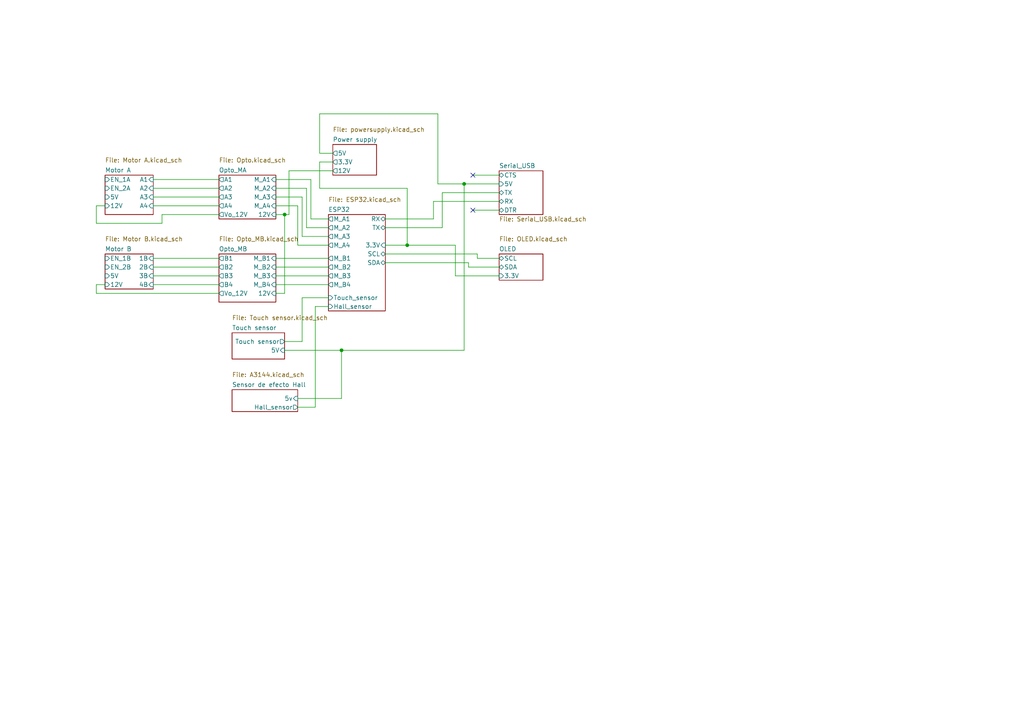
<source format=kicad_sch>
(kicad_sch (version 20211123) (generator eeschema)
  (paper "A4")
  (lib_symbols)
  (junction (at 134.62 53.34))
  (junction (at 82.55 62.23))
  (junction (at 99.06 101.6))
  (junction (at 118.11 71.12))
  (no_connect (at 137.16 50.8))
  (no_connect (at 137.16 60.96))
  (wire (pts (xy 92.71 46.99) (xy 92.71 54.61)))
  (wire (pts (xy 63.5 85.09) (xy 27.94 85.09)))
  (wire (pts (xy 44.45 74.93) (xy 63.5 74.93)))
  (wire (pts (xy 86.36 71.12) (xy 86.36 59.69)))
  (wire (pts (xy 138.43 73.66) (xy 111.76 73.66)))
  (wire (pts (xy 111.76 76.2) (xy 135.89 76.2)))
  (wire (pts (xy 91.44 88.9) (xy 95.25 88.9)))
  (wire (pts (xy 86.36 115.57) (xy 99.06 115.57)))
  (wire (pts (xy 128.27 66.04) (xy 111.76 66.04)))
  (wire (pts (xy 138.43 74.93) (xy 138.43 73.66)))
  (wire (pts (xy 127 33.02) (xy 92.71 33.02)))
  (wire (pts (xy 118.11 54.61) (xy 118.11 71.12)))
  (wire (pts (xy 95.25 86.36) (xy 87.63 86.36)))
  (wire (pts (xy 118.11 71.12) (xy 132.08 71.12)))
  (wire (pts (xy 87.63 86.36) (xy 87.63 99.06)))
  (wire (pts (xy 86.36 59.69) (xy 80.01 59.69)))
  (wire (pts (xy 82.55 62.23) (xy 83.82 62.23)))
  (wire (pts (xy 63.5 62.23) (xy 46.99 62.23)))
  (wire (pts (xy 80.01 77.47) (xy 95.25 77.47)))
  (wire (pts (xy 83.82 62.23) (xy 83.82 49.53)))
  (wire (pts (xy 86.36 118.11) (xy 91.44 118.11)))
  (wire (pts (xy 134.62 53.34) (xy 127 53.34)))
  (wire (pts (xy 125.73 63.5) (xy 111.76 63.5)))
  (wire (pts (xy 44.45 52.07) (xy 63.5 52.07)))
  (wire (pts (xy 44.45 54.61) (xy 63.5 54.61)))
  (wire (pts (xy 91.44 118.11) (xy 91.44 88.9)))
  (wire (pts (xy 135.89 77.47) (xy 135.89 76.2)))
  (wire (pts (xy 132.08 80.01) (xy 132.08 71.12)))
  (wire (pts (xy 95.25 63.5) (xy 90.17 63.5)))
  (wire (pts (xy 80.01 62.23) (xy 82.55 62.23)))
  (wire (pts (xy 144.78 58.42) (xy 125.73 58.42)))
  (wire (pts (xy 95.25 71.12) (xy 86.36 71.12)))
  (wire (pts (xy 83.82 49.53) (xy 96.52 49.53)))
  (wire (pts (xy 27.94 82.55) (xy 30.48 82.55)))
  (wire (pts (xy 92.71 33.02) (xy 92.71 44.45)))
  (wire (pts (xy 99.06 115.57) (xy 99.06 101.6)))
  (wire (pts (xy 125.73 58.42) (xy 125.73 63.5)))
  (wire (pts (xy 44.45 77.47) (xy 63.5 77.47)))
  (wire (pts (xy 80.01 80.01) (xy 95.25 80.01)))
  (wire (pts (xy 44.45 59.69) (xy 63.5 59.69)))
  (wire (pts (xy 92.71 44.45) (xy 96.52 44.45)))
  (wire (pts (xy 82.55 85.09) (xy 82.55 62.23)))
  (wire (pts (xy 95.25 68.58) (xy 87.63 68.58)))
  (wire (pts (xy 80.01 82.55) (xy 95.25 82.55)))
  (wire (pts (xy 128.27 55.88) (xy 128.27 66.04)))
  (wire (pts (xy 90.17 63.5) (xy 90.17 52.07)))
  (wire (pts (xy 44.45 57.15) (xy 63.5 57.15)))
  (wire (pts (xy 82.55 101.6) (xy 99.06 101.6)))
  (wire (pts (xy 44.45 82.55) (xy 63.5 82.55)))
  (wire (pts (xy 88.9 66.04) (xy 88.9 54.61)))
  (wire (pts (xy 134.62 101.6) (xy 134.62 53.34)))
  (wire (pts (xy 90.17 52.07) (xy 80.01 52.07)))
  (wire (pts (xy 46.99 64.77) (xy 27.94 64.77)))
  (wire (pts (xy 80.01 85.09) (xy 82.55 85.09)))
  (wire (pts (xy 96.52 46.99) (xy 92.71 46.99)))
  (wire (pts (xy 144.78 50.8) (xy 137.16 50.8)))
  (wire (pts (xy 92.71 54.61) (xy 118.11 54.61)))
  (wire (pts (xy 87.63 99.06) (xy 82.55 99.06)))
  (wire (pts (xy 44.45 80.01) (xy 63.5 80.01)))
  (wire (pts (xy 27.94 59.69) (xy 30.48 59.69)))
  (wire (pts (xy 144.78 80.01) (xy 132.08 80.01)))
  (wire (pts (xy 88.9 54.61) (xy 80.01 54.61)))
  (wire (pts (xy 46.99 62.23) (xy 46.99 64.77)))
  (wire (pts (xy 144.78 60.96) (xy 137.16 60.96)))
  (wire (pts (xy 87.63 68.58) (xy 87.63 57.15)))
  (wire (pts (xy 144.78 74.93) (xy 138.43 74.93)))
  (wire (pts (xy 144.78 55.88) (xy 128.27 55.88)))
  (wire (pts (xy 127 53.34) (xy 127 33.02)))
  (wire (pts (xy 27.94 85.09) (xy 27.94 82.55)))
  (wire (pts (xy 99.06 101.6) (xy 134.62 101.6)))
  (wire (pts (xy 144.78 53.34) (xy 134.62 53.34)))
  (wire (pts (xy 111.76 71.12) (xy 118.11 71.12)))
  (wire (pts (xy 95.25 66.04) (xy 88.9 66.04)))
  (wire (pts (xy 80.01 74.93) (xy 95.25 74.93)))
  (wire (pts (xy 144.78 77.47) (xy 135.89 77.47)))
  (wire (pts (xy 27.94 64.77) (xy 27.94 59.69)))
  (wire (pts (xy 87.63 57.15) (xy 80.01 57.15)))
  (sheet (at 67.31 96.52) (size 15.24 7.62) (stroke (width 0.1524))
    (property "Sheet name" "Touch sensor" (at 67.31 95.8084 0) (effects (justify left bottom)))
    (property "Sheet file" "Touch sensor.kicad_sch" (at 67.31 91.44 0) (effects (justify left top)))
    (pin "5V" input (at 82.55 101.6 0))
    (pin "Touch sensor" output (at 82.55 99.06 0))
  )
  (sheet (at 144.78 73.66) (size 12.7 7.62) (stroke (width 0.1524))
    (property "Sheet name" "OLED" (at 144.78 72.9484 0) (effects (justify left bottom)))
    (property "Sheet file" "OLED.kicad_sch" (at 144.78 68.58 0) (effects (justify left top)))
    (pin "SCL" bidirectional (at 144.78 74.93 180))
    (pin "SDA" bidirectional (at 144.78 77.47 180))
    (pin "3.3V" input (at 144.78 80.01 180))
  )
  (sheet (at 63.5 50.8) (size 16.51 12.7) (stroke (width 0.1524))
    (property "Sheet name" "Opto_MA" (at 63.5 50.0884 0) (effects (justify left bottom)))
    (property "Sheet file" "Opto.kicad_sch" (at 63.5 45.72 0) (effects (justify left top)))
    (pin "12V" input (at 80.01 62.23 0))
    (pin "M_A3" input (at 80.01 57.15 0))
    (pin "M_A2" input (at 80.01 54.61 0))
    (pin "M_A1" input (at 80.01 52.07 0))
    (pin "M_A4" input (at 80.01 59.69 0))
    (pin "A1" output (at 63.5 52.07 180))
    (pin "A2" output (at 63.5 54.61 180))
    (pin "A3" output (at 63.5 57.15 180))
    (pin "A4" output (at 63.5 59.69 180))
    (pin "Vo_12V" output (at 63.5 62.23 180))
  )
  (sheet (at 67.31 113.03) (size 19.05 6.35) (stroke (width 0.1524))
    (property "Sheet name" "Sensor de efecto Hall" (at 67.31 112.3184 0) (effects (justify left bottom)))
    (property "Sheet file" "A3144.kicad_sch" (at 67.31 107.95 0) (effects (justify left top)))
    (pin "5v" input (at 86.36 115.57 0))
    (pin "Hall_sensor" output (at 86.36 118.11 0))
  )
  (sheet (at 144.78 49.53) (size 12.7 12.7) (stroke (width 0.1524))
    (property "Sheet name" "Serial_USB" (at 144.78 48.8184 0) (effects (justify left bottom)))
    (property "Sheet file" "Serial_USB.kicad_sch" (at 144.78 62.8146 0) (effects (justify left top)))
    (pin "CTS" bidirectional (at 144.78 50.8 180))
    (pin "TX" bidirectional (at 144.78 55.88 180))
    (pin "5V" input (at 144.78 53.34 180))
    (pin "DTR" bidirectional (at 144.78 60.96 180))
    (pin "RX" bidirectional (at 144.78 58.42 180))
  )
  (sheet (at 30.48 73.66) (size 13.97 10.16) (stroke (width 0.1524))
    (property "Sheet name" "Motor B" (at 30.48 72.9484 0) (effects (justify left bottom)))
    (property "Sheet file" "Motor B.kicad_sch" (at 30.48 68.58 0) (effects (justify left top)))
    (pin "EN_1B" input (at 30.48 74.93 180))
    (pin "EN_2B" input (at 30.48 77.47 180))
    (pin "5V" input (at 30.48 80.01 180))
    (pin "12V" input (at 30.48 82.55 180))
    (pin "1B" input (at 44.45 74.93 0))
    (pin "4B" input (at 44.45 82.55 0))
    (pin "2B" input (at 44.45 77.47 0))
    (pin "3B" input (at 44.45 80.01 0))
  )
  (sheet (at 63.5 73.66) (size 16.51 13.97) (stroke (width 0.1524))
    (property "Sheet name" "Opto_MB" (at 63.5 72.9484 0) (effects (justify left bottom)))
    (property "Sheet file" "Opto_MB.kicad_sch" (at 63.5 68.58 0) (effects (justify left top)))
    (pin "12V" input (at 80.01 85.09 0))
    (pin "M_B4" input (at 80.01 82.55 0))
    (pin "M_B3" input (at 80.01 80.01 0))
    (pin "M_B1" input (at 80.01 74.93 0))
    (pin "M_B2" input (at 80.01 77.47 0))
    (pin "B2" output (at 63.5 77.47 180))
    (pin "B1" output (at 63.5 74.93 180))
    (pin "B3" output (at 63.5 80.01 180))
    (pin "B4" output (at 63.5 82.55 180))
    (pin "Vo_12V" output (at 63.5 85.09 180))
  )
  (sheet (at 30.48 50.8) (size 13.97 11.43) (stroke (width 0.1524))
    (property "Sheet name" "Motor A" (at 30.48 50.0884 0) (effects (justify left bottom)))
    (property "Sheet file" "Motor A.kicad_sch" (at 30.48 45.72 0) (effects (justify left top)))
    (pin "5V" input (at 30.48 57.15 180))
    (pin "A3" input (at 44.45 57.15 0))
    (pin "EN_1A" input (at 30.48 52.07 180))
    (pin "A1" input (at 44.45 52.07 0))
    (pin "EN_2A" input (at 30.48 54.61 180))
    (pin "A4" input (at 44.45 59.69 0))
    (pin "A2" input (at 44.45 54.61 0))
    (pin "12V" input (at 30.48 59.69 180))
  )
  (sheet (at 95.25 62.23) (size 16.51 27.94) (stroke (width 0.1524))
    (property "Sheet name" "ESP32" (at 95.25 61.5184 0) (effects (justify left bottom)))
    (property "Sheet file" "ESP32.kicad_sch" (at 95.25 57.15 0) (effects (justify left top)))
    (pin "RX" bidirectional (at 111.76 63.5 0))
    (pin "TX" bidirectional (at 111.76 66.04 0))
    (pin "3.3V" input (at 111.76 71.12 0))
    (pin "M_A3" output (at 95.25 68.58 180))
    (pin "M_A1" output (at 95.25 63.5 180))
    (pin "M_A2" output (at 95.25 66.04 180))
    (pin "M_A4" output (at 95.25 71.12 180))
    (pin "Touch_sensor" input (at 95.25 86.36 180))
    (pin "Hall_sensor" input (at 95.25 88.9 180))
    (pin "SCL" bidirectional (at 111.76 73.66 0))
    (pin "SDA" bidirectional (at 111.76 76.2 0))
    (pin "M_B3" output (at 95.25 80.01 180))
    (pin "M_B2" output (at 95.25 77.47 180))
    (pin "M_B1" output (at 95.25 74.93 180))
    (pin "M_B4" output (at 95.25 82.55 180))
  )
  (sheet (at 96.52 41.91) (size 12.7 8.89) (stroke (width 0.1524))
    (property "Sheet name" "Power supply" (at 96.52 41.1984 0) (effects (justify left bottom)))
    (property "Sheet file" "powersupply.kicad_sch" (at 96.52 36.83 0) (effects (justify left top)))
    (pin "5V" output (at 96.52 44.45 180))
    (pin "3.3V" output (at 96.52 46.99 180))
    (pin "12V" output (at 96.52 49.53 180))
  )
)
</source>
